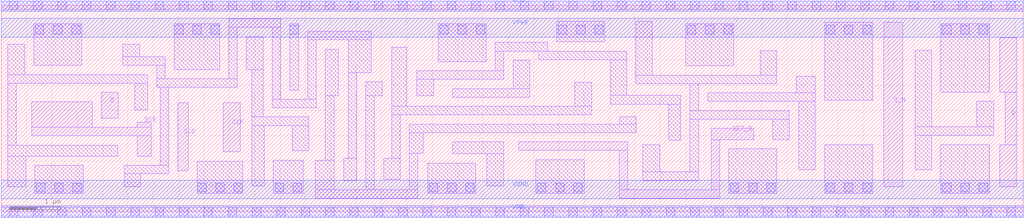
<source format=lef>
# Copyright 2020 The SkyWater PDK Authors
#
# Licensed under the Apache License, Version 2.0 (the "License");
# you may not use this file except in compliance with the License.
# You may obtain a copy of the License at
#
#     https://www.apache.org/licenses/LICENSE-2.0
#
# Unless required by applicable law or agreed to in writing, software
# distributed under the License is distributed on an "AS IS" BASIS,
# WITHOUT WARRANTIES OR CONDITIONS OF ANY KIND, either express or implied.
# See the License for the specific language governing permissions and
# limitations under the License.
#
# SPDX-License-Identifier: Apache-2.0

VERSION 5.7 ;
  NOWIREEXTENSIONATPIN ON ;
  DIVIDERCHAR "/" ;
  BUSBITCHARS "[]" ;
MACRO sky130_fd_sc_hvl__sdfsbp_1
  CLASS CORE ;
  FOREIGN sky130_fd_sc_hvl__sdfsbp_1 ;
  ORIGIN  0.000000  0.000000 ;
  SIZE  20.16000 BY  4.070000 ;
  SYMMETRY X Y ;
  SITE unithv ;
  PIN D
    ANTENNAGATEAREA  0.420000 ;
    DIRECTION INPUT ;
    USE SIGNAL ;
    PORT
      LAYER li1 ;
        RECT 1.975000 1.845000 2.305000 2.355000 ;
    END
  END D
  PIN Q
    ANTENNADIFFAREA  0.498750 ;
    DIRECTION OUTPUT ;
    USE SIGNAL ;
    PORT
      LAYER li1 ;
        RECT 19.700000 0.495000 20.035000 1.325000 ;
        RECT 19.700000 2.355000 20.035000 3.435000 ;
        RECT 19.805000 1.325000 20.035000 2.355000 ;
    END
  END Q
  PIN Q_N
    ANTENNADIFFAREA  0.611250 ;
    DIRECTION OUTPUT ;
    USE SIGNAL ;
    PORT
      LAYER li1 ;
        RECT 17.405000 0.495000 17.785000 3.735000 ;
    END
  END Q_N
  PIN SCD
    ANTENNAGATEAREA  0.420000 ;
    DIRECTION INPUT ;
    USE SIGNAL ;
    PORT
      LAYER li1 ;
        RECT 3.485000 0.810000 3.690000 2.150000 ;
    END
  END SCD
  PIN SCE
    ANTENNAGATEAREA  0.840000 ;
    DIRECTION INPUT ;
    USE SIGNAL ;
    PORT
      LAYER li1 ;
        RECT 0.605000 1.495000 2.955000 1.665000 ;
        RECT 0.605000 1.665000 1.795000 2.165000 ;
        RECT 2.680000 1.095000 2.955000 1.495000 ;
        RECT 2.680000 1.665000 2.955000 1.765000 ;
    END
  END SCE
  PIN SET_B
    ANTENNAGATEAREA  0.840000 ;
    DIRECTION INPUT ;
    USE SIGNAL ;
    PORT
      LAYER li1 ;
        RECT 10.205000 1.210000 12.355000 1.380000 ;
        RECT 12.185000 0.265000 14.170000 0.435000 ;
        RECT 12.185000 0.435000 12.355000 1.210000 ;
        RECT 14.000000 0.435000 14.170000 1.425000 ;
        RECT 14.000000 1.425000 14.845000 1.645000 ;
    END
  END SET_B
  PIN CLK
    ANTENNAGATEAREA  0.585000 ;
    DIRECTION INPUT ;
    USE CLOCK ;
    PORT
      LAYER li1 ;
        RECT 4.380000 1.180000 4.710000 2.150000 ;
    END
  END CLK
  PIN VGND
    DIRECTION INOUT ;
    USE GROUND ;
    PORT
      LAYER met1 ;
        RECT 0.000000 0.255000 20.160000 0.625000 ;
    END
  END VGND
  PIN VNB
    DIRECTION INOUT ;
    USE GROUND ;
    PORT
      LAYER met1 ;
        RECT 0.000000 -0.115000 20.160000 0.115000 ;
    END
  END VNB
  PIN VPB
    DIRECTION INOUT ;
    USE POWER ;
    PORT
      LAYER met1 ;
        RECT 0.000000 3.955000 20.160000 4.185000 ;
    END
  END VPB
  PIN VPWR
    DIRECTION INOUT ;
    USE POWER ;
    PORT
      LAYER met1 ;
        RECT 0.000000 3.445000 20.160000 3.815000 ;
    END
  END VPWR
  OBS
    LAYER li1 ;
      RECT  0.000000 -0.085000 20.160000 0.085000 ;
      RECT  0.000000  3.985000 20.160000 4.155000 ;
      RECT  0.130000  0.495000  0.485000 1.095000 ;
      RECT  0.130000  1.095000  2.300000 1.315000 ;
      RECT  0.130000  1.315000  0.300000 2.535000 ;
      RECT  0.130000  2.535000  2.885000 2.705000 ;
      RECT  0.130000  2.705000  0.460000 3.305000 ;
      RECT  0.640000  2.885000  1.590000 3.705000 ;
      RECT  0.665000  0.365000  1.615000 0.915000 ;
      RECT  2.400000  2.885000  3.235000 3.055000 ;
      RECT  2.400000  3.055000  2.730000 3.305000 ;
      RECT  2.425000  0.495000  2.755000 0.745000 ;
      RECT  2.425000  0.745000  3.305000 0.915000 ;
      RECT  2.635000  2.015000  2.885000 2.535000 ;
      RECT  3.065000  2.455000  4.655000 2.625000 ;
      RECT  3.065000  2.625000  3.235000 2.885000 ;
      RECT  3.135000  0.915000  3.305000 2.455000 ;
      RECT  3.415000  2.805000  4.305000 3.705000 ;
      RECT  3.870000  0.365000  4.760000 0.995000 ;
      RECT  4.485000  2.625000  4.655000 3.635000 ;
      RECT  4.485000  3.635000  5.515000 3.805000 ;
      RECT  4.835000  2.805000  5.165000 3.455000 ;
      RECT  4.940000  0.515000  5.190000 1.700000 ;
      RECT  4.940000  1.700000  6.065000 1.870000 ;
      RECT  4.940000  1.870000  5.165000 2.805000 ;
      RECT  5.345000  2.050000  6.215000 2.220000 ;
      RECT  5.345000  2.220000  5.515000 3.635000 ;
      RECT  5.370000  0.365000  5.960000 1.020000 ;
      RECT  5.695000  2.400000  5.865000 3.705000 ;
      RECT  5.735000  1.200000  6.065000 1.700000 ;
      RECT  6.045000  2.220000  6.215000 3.390000 ;
      RECT  6.045000  3.390000  7.295000 3.560000 ;
      RECT  6.190000  0.265000  8.220000 0.435000 ;
      RECT  6.190000  0.435000  6.565000 1.020000 ;
      RECT  6.395000  1.020000  6.565000 2.290000 ;
      RECT  6.395000  2.290000  6.645000 3.210000 ;
      RECT  6.760000  0.615000  7.010000 1.060000 ;
      RECT  6.840000  1.060000  7.010000 2.740000 ;
      RECT  6.840000  2.740000  7.295000 3.390000 ;
      RECT  7.190000  0.435000  7.360000 2.290000 ;
      RECT  7.190000  2.290000  7.520000 2.560000 ;
      RECT  7.540000  0.640000  7.870000 1.060000 ;
      RECT  7.700000  1.060000  7.870000 1.910000 ;
      RECT  7.700000  1.910000 11.645000 2.080000 ;
      RECT  7.700000  2.080000  7.995000 3.240000 ;
      RECT  8.050000  0.435000  8.220000 1.150000 ;
      RECT  8.050000  1.150000  8.325000 1.560000 ;
      RECT  8.050000  1.560000 12.530000 1.730000 ;
      RECT  8.200000  2.290000  8.530000 2.610000 ;
      RECT  8.200000  2.610000  9.915000 2.780000 ;
      RECT  8.410000  0.365000  9.360000 0.960000 ;
      RECT  8.615000  2.960000  9.565000 3.705000 ;
      RECT  8.910000  1.140000  9.910000 1.380000 ;
      RECT  8.910000  2.260000 10.425000 2.430000 ;
      RECT  9.580000  0.515000  9.910000 1.140000 ;
      RECT  9.745000  2.780000  9.915000 3.170000 ;
      RECT  9.745000  3.170000 10.775000 3.340000 ;
      RECT 10.095000  2.430000 10.425000 2.990000 ;
      RECT 10.545000  0.365000 11.495000 1.030000 ;
      RECT 10.605000  3.000000 12.335000 3.170000 ;
      RECT 10.955000  3.350000 11.905000 3.755000 ;
      RECT 11.315000  2.080000 11.645000 2.555000 ;
      RECT 12.025000  2.125000 13.405000 2.295000 ;
      RECT 12.025000  2.295000 12.335000 3.000000 ;
      RECT 12.200000  1.730000 12.530000 1.875000 ;
      RECT 12.515000  2.525000 15.300000 2.695000 ;
      RECT 12.515000  2.695000 12.845000 3.755000 ;
      RECT 12.655000  0.615000 13.755000 0.785000 ;
      RECT 12.655000  0.785000 12.985000 1.325000 ;
      RECT 13.165000  1.415000 13.405000 2.125000 ;
      RECT 13.500000  2.875000 14.450000 3.705000 ;
      RECT 13.585000  0.785000 13.755000 1.825000 ;
      RECT 13.585000  1.825000 15.545000 1.995000 ;
      RECT 13.585000  1.995000 13.755000 2.525000 ;
      RECT 13.935000  2.175000 16.060000 2.345000 ;
      RECT 14.350000  0.365000 15.300000 1.245000 ;
      RECT 14.970000  2.695000 15.300000 3.175000 ;
      RECT 15.215000  1.425000 15.545000 1.825000 ;
      RECT 15.685000  2.345000 16.060000 2.675000 ;
      RECT 15.730000  0.825000 16.060000 2.175000 ;
      RECT 16.240000  0.365000 17.190000 1.325000 ;
      RECT 16.240000  2.195000 17.190000 3.735000 ;
      RECT 18.025000  0.825000 18.355000 1.505000 ;
      RECT 18.025000  1.505000 19.575000 1.675000 ;
      RECT 18.025000  1.675000 18.355000 3.185000 ;
      RECT 18.535000  0.365000 19.485000 1.325000 ;
      RECT 18.535000  2.355000 19.485000 3.705000 ;
      RECT 19.245000  1.675000 19.575000 2.175000 ;
    LAYER mcon ;
      RECT  0.155000 -0.085000  0.325000 0.085000 ;
      RECT  0.155000  3.985000  0.325000 4.155000 ;
      RECT  0.635000 -0.085000  0.805000 0.085000 ;
      RECT  0.635000  3.985000  0.805000 4.155000 ;
      RECT  0.670000  3.505000  0.840000 3.675000 ;
      RECT  0.695000  0.395000  0.865000 0.565000 ;
      RECT  1.030000  3.505000  1.200000 3.675000 ;
      RECT  1.055000  0.395000  1.225000 0.565000 ;
      RECT  1.115000 -0.085000  1.285000 0.085000 ;
      RECT  1.115000  3.985000  1.285000 4.155000 ;
      RECT  1.390000  3.505000  1.560000 3.675000 ;
      RECT  1.415000  0.395000  1.585000 0.565000 ;
      RECT  1.595000 -0.085000  1.765000 0.085000 ;
      RECT  1.595000  3.985000  1.765000 4.155000 ;
      RECT  2.075000 -0.085000  2.245000 0.085000 ;
      RECT  2.075000  3.985000  2.245000 4.155000 ;
      RECT  2.555000 -0.085000  2.725000 0.085000 ;
      RECT  2.555000  3.985000  2.725000 4.155000 ;
      RECT  3.035000 -0.085000  3.205000 0.085000 ;
      RECT  3.035000  3.985000  3.205000 4.155000 ;
      RECT  3.415000  3.505000  3.585000 3.675000 ;
      RECT  3.515000 -0.085000  3.685000 0.085000 ;
      RECT  3.515000  3.985000  3.685000 4.155000 ;
      RECT  3.775000  3.505000  3.945000 3.675000 ;
      RECT  3.870000  0.395000  4.040000 0.565000 ;
      RECT  3.995000 -0.085000  4.165000 0.085000 ;
      RECT  3.995000  3.985000  4.165000 4.155000 ;
      RECT  4.135000  3.505000  4.305000 3.675000 ;
      RECT  4.230000  0.395000  4.400000 0.565000 ;
      RECT  4.475000 -0.085000  4.645000 0.085000 ;
      RECT  4.475000  3.985000  4.645000 4.155000 ;
      RECT  4.590000  0.395000  4.760000 0.565000 ;
      RECT  4.955000 -0.085000  5.125000 0.085000 ;
      RECT  4.955000  3.985000  5.125000 4.155000 ;
      RECT  5.400000  0.395000  5.570000 0.565000 ;
      RECT  5.435000 -0.085000  5.605000 0.085000 ;
      RECT  5.435000  3.985000  5.605000 4.155000 ;
      RECT  5.695000  3.505000  5.865000 3.675000 ;
      RECT  5.760000  0.395000  5.930000 0.565000 ;
      RECT  5.915000 -0.085000  6.085000 0.085000 ;
      RECT  5.915000  3.985000  6.085000 4.155000 ;
      RECT  6.395000 -0.085000  6.565000 0.085000 ;
      RECT  6.395000  3.985000  6.565000 4.155000 ;
      RECT  6.875000 -0.085000  7.045000 0.085000 ;
      RECT  6.875000  3.985000  7.045000 4.155000 ;
      RECT  7.355000 -0.085000  7.525000 0.085000 ;
      RECT  7.355000  3.985000  7.525000 4.155000 ;
      RECT  7.835000 -0.085000  8.005000 0.085000 ;
      RECT  7.835000  3.985000  8.005000 4.155000 ;
      RECT  8.315000 -0.085000  8.485000 0.085000 ;
      RECT  8.315000  3.985000  8.485000 4.155000 ;
      RECT  8.440000  0.395000  8.610000 0.565000 ;
      RECT  8.645000  3.505000  8.815000 3.675000 ;
      RECT  8.795000 -0.085000  8.965000 0.085000 ;
      RECT  8.795000  3.985000  8.965000 4.155000 ;
      RECT  8.800000  0.395000  8.970000 0.565000 ;
      RECT  9.005000  3.505000  9.175000 3.675000 ;
      RECT  9.160000  0.395000  9.330000 0.565000 ;
      RECT  9.275000 -0.085000  9.445000 0.085000 ;
      RECT  9.275000  3.985000  9.445000 4.155000 ;
      RECT  9.365000  3.505000  9.535000 3.675000 ;
      RECT  9.755000 -0.085000  9.925000 0.085000 ;
      RECT  9.755000  3.985000  9.925000 4.155000 ;
      RECT 10.235000 -0.085000 10.405000 0.085000 ;
      RECT 10.235000  3.985000 10.405000 4.155000 ;
      RECT 10.575000  0.395000 10.745000 0.565000 ;
      RECT 10.715000 -0.085000 10.885000 0.085000 ;
      RECT 10.715000  3.985000 10.885000 4.155000 ;
      RECT 10.935000  0.395000 11.105000 0.565000 ;
      RECT 10.985000  3.505000 11.155000 3.675000 ;
      RECT 11.195000 -0.085000 11.365000 0.085000 ;
      RECT 11.195000  3.985000 11.365000 4.155000 ;
      RECT 11.295000  0.395000 11.465000 0.565000 ;
      RECT 11.345000  3.505000 11.515000 3.675000 ;
      RECT 11.675000 -0.085000 11.845000 0.085000 ;
      RECT 11.675000  3.985000 11.845000 4.155000 ;
      RECT 11.705000  3.505000 11.875000 3.675000 ;
      RECT 12.155000 -0.085000 12.325000 0.085000 ;
      RECT 12.155000  3.985000 12.325000 4.155000 ;
      RECT 12.635000 -0.085000 12.805000 0.085000 ;
      RECT 12.635000  3.985000 12.805000 4.155000 ;
      RECT 13.115000 -0.085000 13.285000 0.085000 ;
      RECT 13.115000  3.985000 13.285000 4.155000 ;
      RECT 13.530000  3.505000 13.700000 3.675000 ;
      RECT 13.595000 -0.085000 13.765000 0.085000 ;
      RECT 13.595000  3.985000 13.765000 4.155000 ;
      RECT 13.890000  3.505000 14.060000 3.675000 ;
      RECT 14.075000 -0.085000 14.245000 0.085000 ;
      RECT 14.075000  3.985000 14.245000 4.155000 ;
      RECT 14.250000  3.505000 14.420000 3.675000 ;
      RECT 14.380000  0.395000 14.550000 0.565000 ;
      RECT 14.555000 -0.085000 14.725000 0.085000 ;
      RECT 14.555000  3.985000 14.725000 4.155000 ;
      RECT 14.740000  0.395000 14.910000 0.565000 ;
      RECT 15.035000 -0.085000 15.205000 0.085000 ;
      RECT 15.035000  3.985000 15.205000 4.155000 ;
      RECT 15.100000  0.395000 15.270000 0.565000 ;
      RECT 15.515000 -0.085000 15.685000 0.085000 ;
      RECT 15.515000  3.985000 15.685000 4.155000 ;
      RECT 15.995000 -0.085000 16.165000 0.085000 ;
      RECT 15.995000  3.985000 16.165000 4.155000 ;
      RECT 16.270000  0.395000 16.440000 0.565000 ;
      RECT 16.270000  3.505000 16.440000 3.675000 ;
      RECT 16.475000 -0.085000 16.645000 0.085000 ;
      RECT 16.475000  3.985000 16.645000 4.155000 ;
      RECT 16.630000  0.395000 16.800000 0.565000 ;
      RECT 16.630000  3.505000 16.800000 3.675000 ;
      RECT 16.955000 -0.085000 17.125000 0.085000 ;
      RECT 16.955000  3.985000 17.125000 4.155000 ;
      RECT 16.990000  0.395000 17.160000 0.565000 ;
      RECT 16.990000  3.505000 17.160000 3.675000 ;
      RECT 17.435000 -0.085000 17.605000 0.085000 ;
      RECT 17.435000  3.985000 17.605000 4.155000 ;
      RECT 17.915000 -0.085000 18.085000 0.085000 ;
      RECT 17.915000  3.985000 18.085000 4.155000 ;
      RECT 18.395000 -0.085000 18.565000 0.085000 ;
      RECT 18.395000  3.985000 18.565000 4.155000 ;
      RECT 18.565000  0.395000 18.735000 0.565000 ;
      RECT 18.565000  3.505000 18.735000 3.675000 ;
      RECT 18.875000 -0.085000 19.045000 0.085000 ;
      RECT 18.875000  3.985000 19.045000 4.155000 ;
      RECT 18.925000  0.395000 19.095000 0.565000 ;
      RECT 18.925000  3.505000 19.095000 3.675000 ;
      RECT 19.285000  0.395000 19.455000 0.565000 ;
      RECT 19.285000  3.505000 19.455000 3.675000 ;
      RECT 19.355000 -0.085000 19.525000 0.085000 ;
      RECT 19.355000  3.985000 19.525000 4.155000 ;
      RECT 19.835000 -0.085000 20.005000 0.085000 ;
      RECT 19.835000  3.985000 20.005000 4.155000 ;
  END
END sky130_fd_sc_hvl__sdfsbp_1
END LIBRARY

</source>
